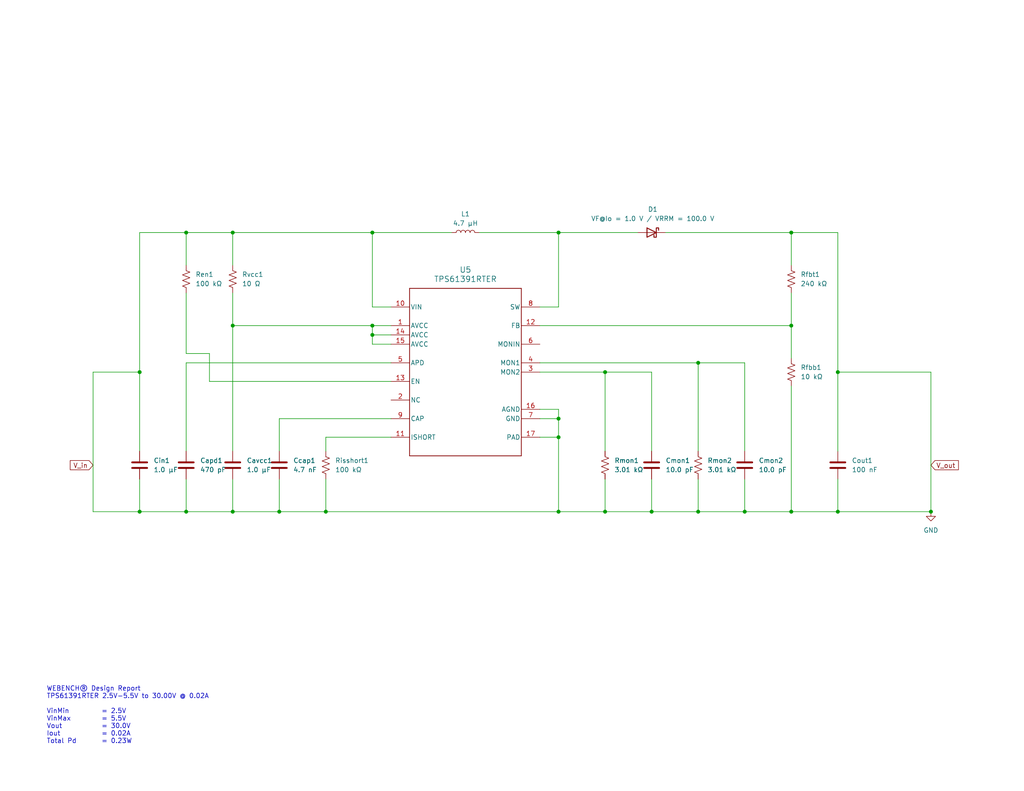
<source format=kicad_sch>
(kicad_sch (version 20231120) (generator "eeschema") (generator_version "8.0")
  (paper "USLetter")
  (title_block (title "NUMITRON CONTROL") (rev "0"))
  (lib_symbols
    (symbol "Device:C" (pin_numbers hide) (pin_names (offset 0.254))
      (property "Reference" "C" (at 0.635 2.54 0))
      (property "Value" "C" (at 0.635 -2.54 0))
      (symbol "C_0_1"
        (polyline (pts (xy -2.032 -0.762) (xy 2.032 -0.762)) (stroke (width 0.508)))
        (polyline (pts (xy -2.032 0.762) (xy 2.032 0.762)) (stroke (width 0.508)))
      )
      (symbol "C_1_1"
        (pin passive line (at 0 3.81 270) (length 2.794) (name "~") (number "1"))
        (pin passive line (at 0 -3.81 90) (length 2.794) (name "~") (number "2"))
      )
    )
    (symbol "Device:D_Schottky" (pin_numbers hide) (pin_names (offset 1.016) hide)
      (property "Reference" "D" (at 0 2.54 0))
      (property "Value" "D_Schottky" (at 0 -2.54 0))
      (symbol "D_Schottky_0_1"
        (polyline (pts (xy 1.27 0) (xy -1.27 0)))
        (polyline (pts (xy 1.27 1.27) (xy 1.27 -1.27) (xy -1.27 0) (xy 1.27 1.27)) (stroke (width 0.254)))
        (polyline (pts (xy -1.905 0.635) (xy -1.905 1.27) (xy -1.27 1.27) (xy -1.27 -1.27) (xy -0.635 -1.27) (xy -0.635 -0.635)) (stroke (width 0.254)))
      )
      (symbol "D_Schottky_1_1"
        (pin passive line (at -3.81 0 0) (length 2.54) (name "K") (number "1"))
        (pin passive line (at 3.81 0 180) (length 2.54) (name "A") (number "2"))
      )
    )
    (symbol "Device:L" (pin_numbers hide) (pin_names (offset 1.016) hide)
      (property "Reference" "L" (at -1.27 0 90))
      (property "Value" "L" (at 1.905 0 90))
      (symbol "L_0_1"
        (arc (start 0 -2.54) (mid 0.6323 -1.905) (end 0 -1.27))
        (arc (start 0 -1.27) (mid 0.6323 -0.635) (end 0 0))
        (arc (start 0 0) (mid 0.6323 0.635) (end 0 1.27))
        (arc (start 0 1.27) (mid 0.6323 1.905) (end 0 2.54))
      )
      (symbol "L_1_1"
        (pin passive line (at 0 3.81 270) (length 1.27) (name "1") (number "1"))
        (pin passive line (at 0 -3.81 90) (length 1.27) (name "2") (number "2"))
      )
    )
    (symbol "Device:R_US" (pin_numbers hide) (pin_names (offset 0))
      (property "Reference" "R" (at 2.54 0 90))
      (property "Value" "R_US" (at -2.54 0 90))
      (symbol "R_US_0_1"
        (polyline (pts (xy 0 -2.286) (xy 0 -2.54)))
        (polyline (pts (xy 0 2.286) (xy 0 2.54)))
        (polyline (pts (xy 0 -0.762) (xy 1.016 -1.143) (xy 0 -1.524) (xy -1.016 -1.905) (xy 0 -2.286)))
        (polyline (pts (xy 0 0.762) (xy 1.016 0.381) (xy 0 0) (xy -1.016 -0.381) (xy 0 -0.762)))
        (polyline (pts (xy 0 2.286) (xy 1.016 1.905) (xy 0 1.524) (xy -1.016 1.143) (xy 0 0.762)))
      )
      (symbol "R_US_1_1"
        (pin passive line (at 0 3.81 270) (length 1.27) (name "~") (number "1"))
        (pin passive line (at 0 -3.81 90) (length 1.27) (name "~") (number "2"))
      )
    )
    (symbol "New_Library:TPS61391RTER" (pin_names (offset 0.254))
      (property "Reference" "U" (at 0 2.54 0))
      (property "Value" "TPS61391RTER" (at 0 0 0))
      (symbol "TPS61391RTER_0_1"
        (polyline (pts (xy -15.24 -22.86) (xy 15.24 -22.86)) (stroke (width 0.2032)))
        (polyline (pts (xy -15.24 22.86) (xy -15.24 -22.86)) (stroke (width 0.2032)))
        (polyline (pts (xy 15.24 -22.86) (xy 15.24 22.86)) (stroke (width 0.2032)))
        (polyline (pts (xy 15.24 22.86) (xy -15.24 22.86)) (stroke (width 0.2032)))
        (pin power_in line (at -20.32 12.7 0) (length 5.08) (name "AVCC") (number "1"))
        (pin power_in line (at -20.32 17.78 0) (length 5.08) (name "VIN") (number "10"))
        (pin input line (at -20.32 -17.78 0) (length 5.08) (name "ISHORT") (number "11"))
        (pin input line (at 20.32 12.7 180) (length 5.08) (name "FB") (number "12"))
        (pin input line (at -20.32 -2.54 0) (length 5.08) (name "EN") (number "13"))
        (pin power_in line (at -20.32 10.16 0) (length 5.08) (name "AVCC") (number "14"))
        (pin power_in line (at -20.32 7.62 0) (length 5.08) (name "AVCC") (number "15"))
        (pin power_in line (at 20.32 -10.16 180) (length 5.08) (name "AGND") (number "16"))
        (pin power_in line (at 20.32 -17.78 180) (length 5.08) (name "PAD") (number "17"))
        (pin unspecified line (at -20.32 -7.62 0) (length 5.08) (name "NC") (number "2"))
        (pin output line (at 20.32 0 180) (length 5.08) (name "MON2") (number "3"))
        (pin output line (at 20.32 2.54 180) (length 5.08) (name "MON1") (number "4"))
        (pin power_in line (at -20.32 2.54 0) (length 5.08) (name "APD") (number "5"))
        (pin input line (at 20.32 7.62 180) (length 5.08) (name "MONIN") (number "6"))
        (pin power_in line (at 20.32 -12.7 180) (length 5.08) (name "GND") (number "7"))
        (pin power_in line (at 20.32 17.78 180) (length 5.08) (name "SW") (number "8"))
        (pin output line (at -20.32 -12.7 0) (length 5.08) (name "CAP") (number "9"))
      )
    )
    (symbol "power:GND" (power) (pin_numbers hide) (pin_names (offset 0) hide)
      (property "Value" "GND" (at 0 -3.81 0))
      (symbol "GND_0_1"
        (polyline (pts (xy 0 0) (xy 0 -1.27) (xy 1.27 -1.27) (xy 0 -2.54) (xy -1.27 -1.27) (xy 0 -1.27)))
      )
      (symbol "GND_1_1"
        (pin power_in line (at 0 0 270) (length 0) (name "~") (number "1"))
      )
    )
  )
  (junction (at 215.9 63.5))
  (junction (at 254 139.7))
  (junction (at 152.4 139.7))
  (junction (at 63.5 88.9))
  (junction (at 152.4 114.3))
  (junction (at 152.4 119.38))
  (junction (at 63.5 63.5))
  (junction (at 190.5 99.06))
  (junction (at 152.4 63.5))
  (junction (at 190.5 139.7))
  (junction (at 101.6 88.9))
  (junction (at 215.9 88.9))
  (junction (at 165.1 139.7))
  (junction (at 38.1 139.7))
  (junction (at 215.9 139.7))
  (junction (at 228.6 139.7))
  (junction (at 63.5 139.7))
  (junction (at 88.9 139.7))
  (junction (at 50.8 139.7))
  (junction (at 76.2 139.7))
  (junction (at 50.8 63.5))
  (junction (at 228.6 101.6))
  (junction (at 101.6 63.5))
  (junction (at 203.2 139.7))
  (junction (at 101.6 91.44))
  (junction (at 38.1 101.6))
  (junction (at 165.1 101.6))
  (junction (at 177.8 139.7))
  (wire (pts (xy 228.6 139.7) (xy 254 139.7)))
  (wire (pts (xy 25.4 139.7) (xy 38.1 139.7)))
  (wire (pts (xy 57.15 96.52) (xy 57.15 104.14)))
  (wire (pts (xy 177.8 130.81) (xy 177.8 139.7)))
  (wire (pts (xy 177.8 101.6) (xy 165.1 101.6)))
  (wire (pts (xy 177.8 123.19) (xy 177.8 101.6)))
  (wire (pts (xy 165.1 139.7) (xy 177.8 139.7)))
  (wire (pts (xy 63.5 63.5) (xy 63.5 72.39)))
  (wire (pts (xy 57.15 96.52) (xy 50.8 96.52)))
  (wire (pts (xy 228.6 63.5) (xy 228.6 101.6)))
  (wire (pts (xy 254 101.6) (xy 254 139.7)))
  (wire (pts (xy 215.9 139.7) (xy 228.6 139.7)))
  (wire (pts (xy 215.9 88.9) (xy 215.9 97.79)))
  (wire (pts (xy 152.4 111.76) (xy 152.4 114.3)))
  (wire (pts (xy 147.32 111.76) (xy 152.4 111.76)))
  (wire (pts (xy 50.8 99.06) (xy 50.8 123.19)))
  (wire (pts (xy 203.2 130.81) (xy 203.2 139.7)))
  (wire (pts (xy 130.81 63.5) (xy 152.4 63.5)))
  (wire (pts (xy 76.2 123.19) (xy 76.2 114.3)))
  (wire (pts (xy 177.8 139.7) (xy 190.5 139.7)))
  (wire (pts (xy 228.6 101.6) (xy 254 101.6)))
  (wire (pts (xy 50.8 139.7) (xy 63.5 139.7)))
  (wire (pts (xy 88.9 139.7) (xy 152.4 139.7)))
  (wire (pts (xy 203.2 139.7) (xy 215.9 139.7)))
  (wire (pts (xy 38.1 139.7) (xy 50.8 139.7)))
  (wire (pts (xy 63.5 63.5) (xy 101.6 63.5)))
  (wire (pts (xy 106.68 88.9) (xy 101.6 88.9)))
  (wire (pts (xy 215.9 105.41) (xy 215.9 139.7)))
  (wire (pts (xy 228.6 101.6) (xy 228.6 123.19)))
  (wire (pts (xy 101.6 63.5) (xy 123.19 63.5)))
  (wire (pts (xy 57.15 104.14) (xy 106.68 104.14)))
  (wire (pts (xy 63.5 130.81) (xy 63.5 139.7)))
  (wire (pts (xy 63.5 88.9) (xy 63.5 123.19)))
  (wire (pts (xy 152.4 114.3) (xy 152.4 119.38)))
  (wire (pts (xy 101.6 88.9) (xy 63.5 88.9)))
  (wire (pts (xy 76.2 114.3) (xy 106.68 114.3)))
  (wire (pts (xy 152.4 119.38) (xy 152.4 139.7)))
  (wire (pts (xy 63.5 80.01) (xy 63.5 88.9)))
  (wire (pts (xy 76.2 130.81) (xy 76.2 139.7)))
  (wire (pts (xy 147.32 99.06) (xy 190.5 99.06)))
  (wire (pts (xy 215.9 63.5) (xy 228.6 63.5)))
  (wire (pts (xy 38.1 63.5) (xy 50.8 63.5)))
  (wire (pts (xy 25.4 101.6) (xy 25.4 139.7)))
  (wire (pts (xy 106.68 83.82) (xy 101.6 83.82)))
  (wire (pts (xy 88.9 119.38) (xy 88.9 123.19)))
  (wire (pts (xy 165.1 130.81) (xy 165.1 139.7)))
  (wire (pts (xy 147.32 88.9) (xy 215.9 88.9)))
  (wire (pts (xy 181.61 63.5) (xy 215.9 63.5)))
  (wire (pts (xy 147.32 114.3) (xy 152.4 114.3)))
  (wire (pts (xy 165.1 101.6) (xy 165.1 123.19)))
  (wire (pts (xy 38.1 101.6) (xy 38.1 123.19)))
  (wire (pts (xy 101.6 88.9) (xy 101.6 91.44)))
  (wire (pts (xy 190.5 130.81) (xy 190.5 139.7)))
  (wire (pts (xy 152.4 139.7) (xy 165.1 139.7)))
  (wire (pts (xy 190.5 99.06) (xy 190.5 123.19)))
  (wire (pts (xy 215.9 80.01) (xy 215.9 88.9)))
  (wire (pts (xy 50.8 80.01) (xy 50.8 96.52)))
  (wire (pts (xy 152.4 83.82) (xy 147.32 83.82)))
  (wire (pts (xy 203.2 123.19) (xy 203.2 99.06)))
  (wire (pts (xy 38.1 101.6) (xy 25.4 101.6)))
  (wire (pts (xy 88.9 130.81) (xy 88.9 139.7)))
  (wire (pts (xy 106.68 93.98) (xy 101.6 93.98)))
  (wire (pts (xy 106.68 119.38) (xy 88.9 119.38)))
  (wire (pts (xy 38.1 130.81) (xy 38.1 139.7)))
  (wire (pts (xy 50.8 63.5) (xy 63.5 63.5)))
  (wire (pts (xy 76.2 139.7) (xy 88.9 139.7)))
  (wire (pts (xy 63.5 139.7) (xy 76.2 139.7)))
  (wire (pts (xy 50.8 63.5) (xy 50.8 72.39)))
  (wire (pts (xy 203.2 99.06) (xy 190.5 99.06)))
  (wire (pts (xy 152.4 63.5) (xy 173.99 63.5)))
  (wire (pts (xy 38.1 63.5) (xy 38.1 101.6)))
  (wire (pts (xy 228.6 130.81) (xy 228.6 139.7)))
  (wire (pts (xy 50.8 130.81) (xy 50.8 139.7)))
  (wire (pts (xy 152.4 63.5) (xy 152.4 83.82)))
  (wire (pts (xy 101.6 83.82) (xy 101.6 63.5)))
  (wire (pts (xy 190.5 139.7) (xy 203.2 139.7)))
  (wire (pts (xy 101.6 91.44) (xy 101.6 93.98)))
  (wire (pts (xy 50.8 99.06) (xy 106.68 99.06)))
  (wire (pts (xy 106.68 91.44) (xy 101.6 91.44)))
  (wire (pts (xy 215.9 63.5) (xy 215.9 72.39)))
  (wire (pts (xy 147.32 119.38) (xy 152.4 119.38)))
  (wire (pts (xy 147.32 101.6) (xy 165.1 101.6)))
  (text "WEBENCH® Design Report\nTPS61391RTER 2.5V-5.5V to 30.00V @ 0.02A\n\nVinMin		= 2.5V\nVinMax		= 5.5V\nVout		= 30.0V\nIout		= 0.02A\nTotal Pd	= 0.23W" (at 12.7 203.2 0) (effects (font (size 1.27 1.27)) (justify left bottom)))
  (global_label "V_in" (shape input) (at 25.4 127 180) (property "Intersheetrefs" "${INTERSHEET_REFS}" (effects (hide yes))))
  (global_label "V_out" (shape input) (at 254 127 0) (property "Intersheetrefs" "${INTERSHEET_REFS}" (effects (hide yes))))
  (symbol (lib_id "power:GND") (at 254 139.7 0) (unit 1)
    (property "Reference" "#PWR016" (effects (hide yes)))
    (property "Value" "GND" (at 254 144.78 0))
    (property "Description" "Power symbol creates a global label with name \"GND\" , ground" (effects (hide yes)))
  )
  (symbol (lib_id "Device:R_US") (at 190.5 127 0) (unit 1)
    (property "Reference" "Rmon2" (at 193.04 125.7299 0) (effects (justify left)))
    (property "Value" "3.01 kΩ" (at 193.04 128.2699 0) (effects (justify left)))
    (property "Description" "Resistor, US symbol" (effects (hide yes)))
  )
  (symbol (lib_id "Device:C") (at 76.2 127 0) (unit 1)
    (property "Reference" "Ccap1" (at 80.01 125.7299 0) (effects (justify left)))
    (property "Value" "4.7 nF" (at 80.01 128.2699 0) (effects (justify left)))
    (property "Description" "Unpolarized capacitor" (effects (hide yes)))
  )
  (symbol (lib_id "Device:L") (at 127 63.5 90) (unit 1)
    (property "Reference" "L1" (at 127 58.42 90))
    (property "Value" "4.7 μH" (at 127 60.96 90))
    (property "Description" "Inductor" (effects (hide yes)))
  )
  (symbol (lib_id "Device:C") (at 228.6 127 0) (unit 1)
    (property "Reference" "Cout1" (at 232.41 125.7299 0) (effects (justify left)))
    (property "Value" "100 nF" (at 232.41 128.2699 0) (effects (justify left)))
    (property "Description" "Unpolarized capacitor" (effects (hide yes)))
  )
  (symbol (lib_id "New_Library:TPS61391RTER") (at 127 101.6 0) (unit 1)
    (property "Reference" "U5" (at 127 73.66 0) (effects (font (size 1.524 1.524))))
    (property "Value" "TPS61391RTER" (at 127 76.2 0) (effects (font (size 1.524 1.524))))
    (property "Footprint" "RTE0016C" (effects (hide yes)))
    (property "Datasheet" "TPS61391RTER" (effects (hide yes)))
  )
  (symbol (lib_id "Device:C") (at 177.8 127 0) (unit 1)
    (property "Reference" "Cmon1" (at 181.61 125.7299 0) (effects (justify left)))
    (property "Value" "10.0 pF" (at 181.61 128.2699 0) (effects (justify left)))
    (property "Description" "Unpolarized capacitor" (effects (hide yes)))
  )
  (symbol (lib_id "Device:R_US") (at 88.9 127 0) (unit 1)
    (property "Reference" "Risshort1" (at 91.44 125.7299 0) (effects (justify left)))
    (property "Value" "100 kΩ" (at 91.44 128.2699 0) (effects (justify left)))
    (property "Description" "Resistor, US symbol" (effects (hide yes)))
  )
  (symbol (lib_id "Device:R_US") (at 165.1 127 0) (unit 1)
    (property "Reference" "Rmon1" (at 167.64 125.7299 0) (effects (justify left)))
    (property "Value" "3.01 kΩ" (at 167.64 128.2699 0) (effects (justify left)))
    (property "Description" "Resistor, US symbol" (effects (hide yes)))
  )
  (symbol (lib_id "Device:R_US") (at 63.5 76.2 0) (unit 1)
    (property "Reference" "Rvcc1" (at 66.04 74.9299 0) (effects (justify left)))
    (property "Value" "10 Ω" (at 66.04 77.4699 0) (effects (justify left)))
    (property "Description" "Resistor, US symbol" (effects (hide yes)))
  )
  (symbol (lib_id "Device:C") (at 63.5 127 0) (unit 1)
    (property "Reference" "Cavcc1" (at 67.31 125.7299 0) (effects (justify left)))
    (property "Value" "1.0 μF" (at 67.31 128.2699 0) (effects (justify left)))
    (property "Description" "Unpolarized capacitor" (effects (hide yes)))
  )
  (symbol (lib_id "Device:C") (at 50.8 127 0) (unit 1)
    (property "Reference" "Capd1" (at 54.61 125.7299 0) (effects (justify left)))
    (property "Value" "470 pF" (at 54.61 128.2699 0) (effects (justify left)))
    (property "Description" "Unpolarized capacitor" (effects (hide yes)))
  )
  (symbol (lib_id "Device:C") (at 38.1 127 0) (unit 1)
    (property "Reference" "Cin1" (at 41.91 125.7299 0) (effects (justify left)))
    (property "Value" "1.0 μF" (at 41.91 128.2699 0) (effects (justify left)))
    (property "Description" "Unpolarized capacitor" (effects (hide yes)))
  )
  (symbol (lib_id "Device:D_Schottky") (at 177.8 63.5 0) (mirror y) (unit 1)
    (property "Reference" "D1" (at 178.1175 57.15 0))
    (property "Value" "VF@Io = 1.0 V / VRRM = 100.0 V" (at 178.1175 59.69 0))
    (property "Description" "Schottky diode" (effects (hide yes)))
  )
  (symbol (lib_id "Device:R_US") (at 215.9 101.6 0) (unit 1)
    (property "Reference" "Rfbb1" (at 218.44 100.3299 0) (effects (justify left)))
    (property "Value" "10 kΩ" (at 218.44 102.8699 0) (effects (justify left)))
    (property "Description" "Resistor, US symbol" (effects (hide yes)))
  )
  (symbol (lib_id "Device:R_US") (at 215.9 76.2 0) (unit 1)
    (property "Reference" "Rfbt1" (at 218.44 74.9299 0) (effects (justify left)))
    (property "Value" "240 kΩ" (at 218.44 77.4699 0) (effects (justify left)))
    (property "Description" "Resistor, US symbol" (effects (hide yes)))
  )
  (symbol (lib_id "Device:C") (at 203.2 127 0) (unit 1)
    (property "Reference" "Cmon2" (at 207.01 125.7299 0) (effects (justify left)))
    (property "Value" "10.0 pF" (at 207.01 128.2699 0) (effects (justify left)))
    (property "Description" "Unpolarized capacitor" (effects (hide yes)))
  )
  (symbol (lib_id "Device:R_US") (at 50.8 76.2 0) (unit 1)
    (property "Reference" "Ren1" (at 53.34 74.9299 0) (effects (justify left)))
    (property "Value" "100 kΩ" (at 53.34 77.4699 0) (effects (justify left)))
    (property "Description" "Resistor, US symbol" (effects (hide yes)))
  )
)
</source>
